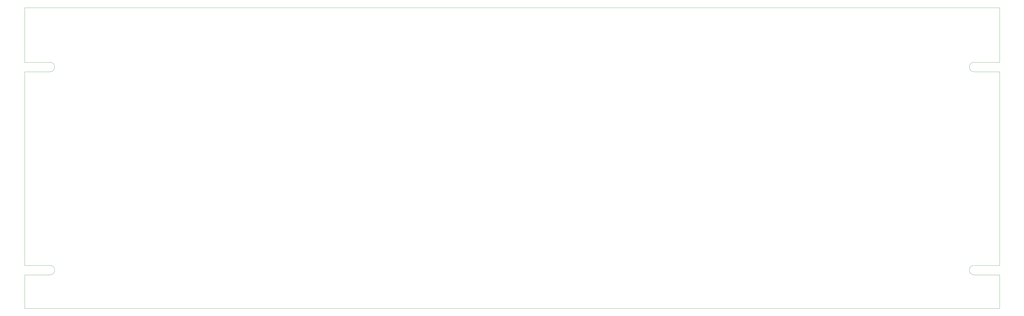
<source format=gbr>
G04 #@! TF.GenerationSoftware,KiCad,Pcbnew,(5.1.5-0-10_14)*
G04 #@! TF.CreationDate,2020-01-04T04:27:12-06:00*
G04 #@! TF.ProjectId,kbd-classic,6b62642d-636c-4617-9373-69632e6b6963,1.3*
G04 #@! TF.SameCoordinates,Original*
G04 #@! TF.FileFunction,Profile,NP*
%FSLAX46Y46*%
G04 Gerber Fmt 4.6, Leading zero omitted, Abs format (unit mm)*
G04 Created by KiCad (PCBNEW (5.1.5-0-10_14)) date 2020-01-04 04:27:12*
%MOMM*%
%LPD*%
G04 APERTURE LIST*
%ADD10C,0.101600*%
%ADD11C,0.100000*%
G04 APERTURE END LIST*
D10*
X43172380Y-88021160D02*
X33647380Y-88021160D01*
X43172380Y-164221160D02*
X33647380Y-164221160D01*
X43172380Y-167777160D02*
X33647380Y-167777160D01*
X43172380Y-91577160D02*
X33647380Y-91577160D01*
X399072380Y-88021160D02*
X399072380Y-67564000D01*
X399072380Y-164221160D02*
X399072380Y-91577160D01*
X399072380Y-167777160D02*
X399072380Y-180340000D01*
X389547380Y-167777160D02*
X399072380Y-167777160D01*
X389547380Y-167777160D02*
G75*
G02X389547380Y-164221160I0J1778000D01*
G01*
X389547380Y-164221160D02*
X399072380Y-164221160D01*
X389547380Y-88021160D02*
X399072380Y-88021160D01*
X389547380Y-91577160D02*
G75*
G02X389547380Y-88021160I0J1778000D01*
G01*
X389547380Y-91577160D02*
X399072380Y-91577160D01*
X33647380Y-91577160D02*
X33647380Y-164221160D01*
X43172380Y-164221160D02*
G75*
G02X43172380Y-167777160I0J-1778000D01*
G01*
X33647380Y-67564000D02*
X33647380Y-88021160D01*
X33647380Y-167777160D02*
X33647380Y-180340000D01*
X43172380Y-88021160D02*
G75*
G02X43172380Y-91577160I0J-1778000D01*
G01*
D11*
X33647380Y-180340000D02*
X399072380Y-180340000D01*
X399072380Y-67564000D02*
X33647380Y-67564000D01*
M02*

</source>
